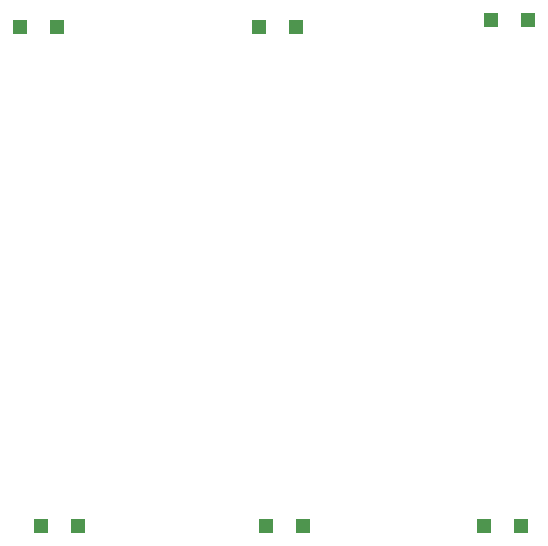
<source format=gtp>
%TF.GenerationSoftware,KiCad,Pcbnew,(5.1.9)-1*%
%TF.CreationDate,2021-02-07T17:12:47-05:00*%
%TF.ProjectId,MacroBoard,4d616372-6f42-46f6-9172-642e6b696361,rev?*%
%TF.SameCoordinates,Original*%
%TF.FileFunction,Paste,Top*%
%TF.FilePolarity,Positive*%
%FSLAX46Y46*%
G04 Gerber Fmt 4.6, Leading zero omitted, Abs format (unit mm)*
G04 Created by KiCad (PCBNEW (5.1.9)-1) date 2021-02-07 17:12:47*
%MOMM*%
%LPD*%
G01*
G04 APERTURE LIST*
%ADD10R,1.200000X1.200000*%
G04 APERTURE END LIST*
D10*
%TO.C,D5*%
X187907969Y-61912552D03*
X184757969Y-61912552D03*
%TD*%
%TO.C,D6*%
X168262640Y-62507865D03*
X165112640Y-62507865D03*
%TD*%
%TO.C,D7*%
X184162656Y-104775088D03*
X187312656Y-104775088D03*
%TD*%
%TO.C,D8*%
X146657937Y-104775088D03*
X149807937Y-104775088D03*
%TD*%
%TO.C,D9*%
X165707953Y-104775088D03*
X168857953Y-104775088D03*
%TD*%
%TO.C,D10*%
X148021998Y-62507865D03*
X144871998Y-62507865D03*
%TD*%
M02*

</source>
